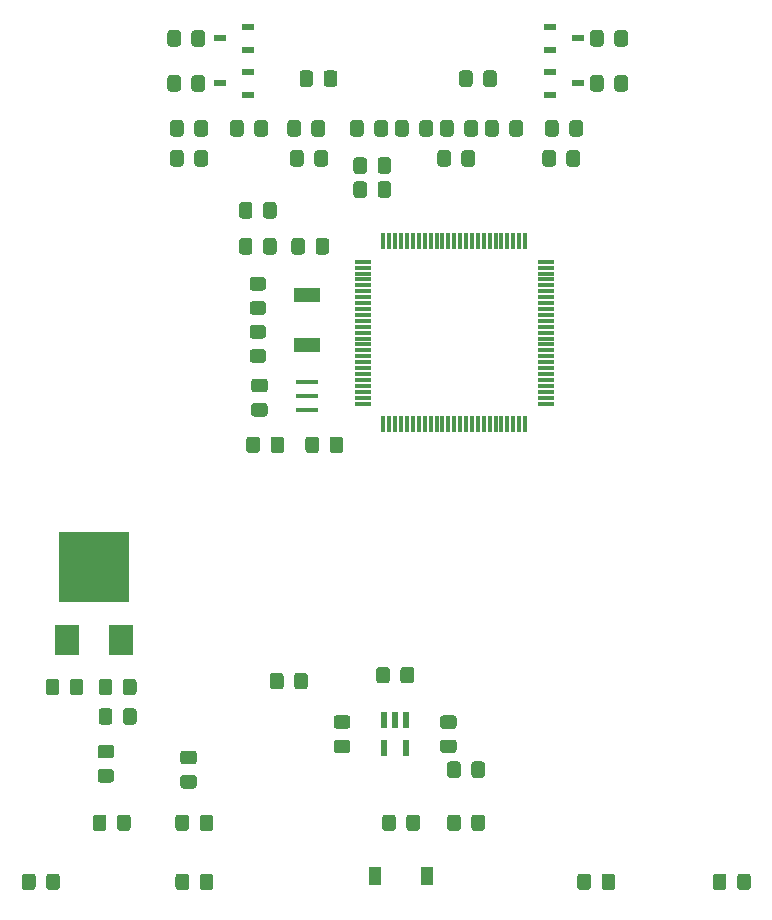
<source format=gbr>
%TF.GenerationSoftware,KiCad,Pcbnew,(5.1.6)-1*%
%TF.CreationDate,2022-04-30T17:28:47+09:00*%
%TF.ProjectId,RX621,52583632-312e-46b6-9963-61645f706362,rev?*%
%TF.SameCoordinates,Original*%
%TF.FileFunction,Paste,Top*%
%TF.FilePolarity,Positive*%
%FSLAX46Y46*%
G04 Gerber Fmt 4.6, Leading zero omitted, Abs format (unit mm)*
G04 Created by KiCad (PCBNEW (5.1.6)-1) date 2022-04-30 17:28:47*
%MOMM*%
%LPD*%
G01*
G04 APERTURE LIST*
%ADD10R,1.475000X0.300000*%
%ADD11R,0.300000X1.475000*%
%ADD12R,2.000000X2.500000*%
%ADD13R,6.000000X6.000000*%
%ADD14R,0.600000X1.350000*%
%ADD15R,1.050000X1.600000*%
%ADD16R,1.000000X0.600000*%
%ADD17R,2.200000X1.300000*%
%ADD18R,1.900000X0.400000*%
G04 APERTURE END LIST*
%TO.C,R10*%
G36*
G01*
X232550000Y-146549999D02*
X232550000Y-147450001D01*
G75*
G02*
X232300001Y-147700000I-249999J0D01*
G01*
X231649999Y-147700000D01*
G75*
G02*
X231400000Y-147450001I0J249999D01*
G01*
X231400000Y-146549999D01*
G75*
G02*
X231649999Y-146300000I249999J0D01*
G01*
X232300001Y-146300000D01*
G75*
G02*
X232550000Y-146549999I0J-249999D01*
G01*
G37*
G36*
G01*
X234600000Y-146549999D02*
X234600000Y-147450001D01*
G75*
G02*
X234350001Y-147700000I-249999J0D01*
G01*
X233699999Y-147700000D01*
G75*
G02*
X233450000Y-147450001I0J249999D01*
G01*
X233450000Y-146549999D01*
G75*
G02*
X233699999Y-146300000I249999J0D01*
G01*
X234350001Y-146300000D01*
G75*
G02*
X234600000Y-146549999I0J-249999D01*
G01*
G37*
%TD*%
%TO.C,C1*%
G36*
G01*
X216400000Y-139950001D02*
X216400000Y-139049999D01*
G75*
G02*
X216649999Y-138800000I249999J0D01*
G01*
X217300001Y-138800000D01*
G75*
G02*
X217550000Y-139049999I0J-249999D01*
G01*
X217550000Y-139950001D01*
G75*
G02*
X217300001Y-140200000I-249999J0D01*
G01*
X216649999Y-140200000D01*
G75*
G02*
X216400000Y-139950001I0J249999D01*
G01*
G37*
G36*
G01*
X218450000Y-139950001D02*
X218450000Y-139049999D01*
G75*
G02*
X218699999Y-138800000I249999J0D01*
G01*
X219350001Y-138800000D01*
G75*
G02*
X219600000Y-139049999I0J-249999D01*
G01*
X219600000Y-139950001D01*
G75*
G02*
X219350001Y-140200000I-249999J0D01*
G01*
X218699999Y-140200000D01*
G75*
G02*
X218450000Y-139950001I0J249999D01*
G01*
G37*
%TD*%
%TO.C,C2*%
G36*
G01*
X209049999Y-147450000D02*
X209950001Y-147450000D01*
G75*
G02*
X210200000Y-147699999I0J-249999D01*
G01*
X210200000Y-148350001D01*
G75*
G02*
X209950001Y-148600000I-249999J0D01*
G01*
X209049999Y-148600000D01*
G75*
G02*
X208800000Y-148350001I0J249999D01*
G01*
X208800000Y-147699999D01*
G75*
G02*
X209049999Y-147450000I249999J0D01*
G01*
G37*
G36*
G01*
X209049999Y-145400000D02*
X209950001Y-145400000D01*
G75*
G02*
X210200000Y-145649999I0J-249999D01*
G01*
X210200000Y-146300001D01*
G75*
G02*
X209950001Y-146550000I-249999J0D01*
G01*
X209049999Y-146550000D01*
G75*
G02*
X208800000Y-146300001I0J249999D01*
G01*
X208800000Y-145649999D01*
G75*
G02*
X209049999Y-145400000I249999J0D01*
G01*
G37*
%TD*%
%TO.C,C3*%
G36*
G01*
X231950001Y-145600000D02*
X231049999Y-145600000D01*
G75*
G02*
X230800000Y-145350001I0J249999D01*
G01*
X230800000Y-144699999D01*
G75*
G02*
X231049999Y-144450000I249999J0D01*
G01*
X231950001Y-144450000D01*
G75*
G02*
X232200000Y-144699999I0J-249999D01*
G01*
X232200000Y-145350001D01*
G75*
G02*
X231950001Y-145600000I-249999J0D01*
G01*
G37*
G36*
G01*
X231950001Y-143550000D02*
X231049999Y-143550000D01*
G75*
G02*
X230800000Y-143300001I0J249999D01*
G01*
X230800000Y-142649999D01*
G75*
G02*
X231049999Y-142400000I249999J0D01*
G01*
X231950001Y-142400000D01*
G75*
G02*
X232200000Y-142649999I0J-249999D01*
G01*
X232200000Y-143300001D01*
G75*
G02*
X231950001Y-143550000I-249999J0D01*
G01*
G37*
%TD*%
%TO.C,C4*%
G36*
G01*
X228600000Y-138549999D02*
X228600000Y-139450001D01*
G75*
G02*
X228350001Y-139700000I-249999J0D01*
G01*
X227699999Y-139700000D01*
G75*
G02*
X227450000Y-139450001I0J249999D01*
G01*
X227450000Y-138549999D01*
G75*
G02*
X227699999Y-138300000I249999J0D01*
G01*
X228350001Y-138300000D01*
G75*
G02*
X228600000Y-138549999I0J-249999D01*
G01*
G37*
G36*
G01*
X226550000Y-138549999D02*
X226550000Y-139450001D01*
G75*
G02*
X226300001Y-139700000I-249999J0D01*
G01*
X225649999Y-139700000D01*
G75*
G02*
X225400000Y-139450001I0J249999D01*
G01*
X225400000Y-138549999D01*
G75*
G02*
X225649999Y-138300000I249999J0D01*
G01*
X226300001Y-138300000D01*
G75*
G02*
X226550000Y-138549999I0J-249999D01*
G01*
G37*
%TD*%
%TO.C,C5*%
G36*
G01*
X222950001Y-143550000D02*
X222049999Y-143550000D01*
G75*
G02*
X221800000Y-143300001I0J249999D01*
G01*
X221800000Y-142649999D01*
G75*
G02*
X222049999Y-142400000I249999J0D01*
G01*
X222950001Y-142400000D01*
G75*
G02*
X223200000Y-142649999I0J-249999D01*
G01*
X223200000Y-143300001D01*
G75*
G02*
X222950001Y-143550000I-249999J0D01*
G01*
G37*
G36*
G01*
X222950001Y-145600000D02*
X222049999Y-145600000D01*
G75*
G02*
X221800000Y-145350001I0J249999D01*
G01*
X221800000Y-144699999D01*
G75*
G02*
X222049999Y-144450000I249999J0D01*
G01*
X222950001Y-144450000D01*
G75*
G02*
X223200000Y-144699999I0J-249999D01*
G01*
X223200000Y-145350001D01*
G75*
G02*
X222950001Y-145600000I-249999J0D01*
G01*
G37*
%TD*%
%TO.C,C6*%
G36*
G01*
X219400000Y-119950001D02*
X219400000Y-119049999D01*
G75*
G02*
X219649999Y-118800000I249999J0D01*
G01*
X220300001Y-118800000D01*
G75*
G02*
X220550000Y-119049999I0J-249999D01*
G01*
X220550000Y-119950001D01*
G75*
G02*
X220300001Y-120200000I-249999J0D01*
G01*
X219649999Y-120200000D01*
G75*
G02*
X219400000Y-119950001I0J249999D01*
G01*
G37*
G36*
G01*
X221450000Y-119950001D02*
X221450000Y-119049999D01*
G75*
G02*
X221699999Y-118800000I249999J0D01*
G01*
X222350001Y-118800000D01*
G75*
G02*
X222600000Y-119049999I0J-249999D01*
G01*
X222600000Y-119950001D01*
G75*
G02*
X222350001Y-120200000I-249999J0D01*
G01*
X221699999Y-120200000D01*
G75*
G02*
X221450000Y-119950001I0J249999D01*
G01*
G37*
%TD*%
%TO.C,C7*%
G36*
G01*
X202950001Y-146050000D02*
X202049999Y-146050000D01*
G75*
G02*
X201800000Y-145800001I0J249999D01*
G01*
X201800000Y-145149999D01*
G75*
G02*
X202049999Y-144900000I249999J0D01*
G01*
X202950001Y-144900000D01*
G75*
G02*
X203200000Y-145149999I0J-249999D01*
G01*
X203200000Y-145800001D01*
G75*
G02*
X202950001Y-146050000I-249999J0D01*
G01*
G37*
G36*
G01*
X202950001Y-148100000D02*
X202049999Y-148100000D01*
G75*
G02*
X201800000Y-147850001I0J249999D01*
G01*
X201800000Y-147199999D01*
G75*
G02*
X202049999Y-146950000I249999J0D01*
G01*
X202950001Y-146950000D01*
G75*
G02*
X203200000Y-147199999I0J-249999D01*
G01*
X203200000Y-147850001D01*
G75*
G02*
X202950001Y-148100000I-249999J0D01*
G01*
G37*
%TD*%
%TO.C,C8*%
G36*
G01*
X215550000Y-119049999D02*
X215550000Y-119950001D01*
G75*
G02*
X215300001Y-120200000I-249999J0D01*
G01*
X214649999Y-120200000D01*
G75*
G02*
X214400000Y-119950001I0J249999D01*
G01*
X214400000Y-119049999D01*
G75*
G02*
X214649999Y-118800000I249999J0D01*
G01*
X215300001Y-118800000D01*
G75*
G02*
X215550000Y-119049999I0J-249999D01*
G01*
G37*
G36*
G01*
X217600000Y-119049999D02*
X217600000Y-119950001D01*
G75*
G02*
X217350001Y-120200000I-249999J0D01*
G01*
X216699999Y-120200000D01*
G75*
G02*
X216450000Y-119950001I0J249999D01*
G01*
X216450000Y-119049999D01*
G75*
G02*
X216699999Y-118800000I249999J0D01*
G01*
X217350001Y-118800000D01*
G75*
G02*
X217600000Y-119049999I0J-249999D01*
G01*
G37*
%TD*%
%TO.C,C9*%
G36*
G01*
X214917999Y-107332000D02*
X215818001Y-107332000D01*
G75*
G02*
X216068000Y-107581999I0J-249999D01*
G01*
X216068000Y-108232001D01*
G75*
G02*
X215818001Y-108482000I-249999J0D01*
G01*
X214917999Y-108482000D01*
G75*
G02*
X214668000Y-108232001I0J249999D01*
G01*
X214668000Y-107581999D01*
G75*
G02*
X214917999Y-107332000I249999J0D01*
G01*
G37*
G36*
G01*
X214917999Y-105282000D02*
X215818001Y-105282000D01*
G75*
G02*
X216068000Y-105531999I0J-249999D01*
G01*
X216068000Y-106182001D01*
G75*
G02*
X215818001Y-106432000I-249999J0D01*
G01*
X214917999Y-106432000D01*
G75*
G02*
X214668000Y-106182001I0J249999D01*
G01*
X214668000Y-105531999D01*
G75*
G02*
X214917999Y-105282000I249999J0D01*
G01*
G37*
%TD*%
%TO.C,C10*%
G36*
G01*
X215818001Y-112546000D02*
X214917999Y-112546000D01*
G75*
G02*
X214668000Y-112296001I0J249999D01*
G01*
X214668000Y-111645999D01*
G75*
G02*
X214917999Y-111396000I249999J0D01*
G01*
X215818001Y-111396000D01*
G75*
G02*
X216068000Y-111645999I0J-249999D01*
G01*
X216068000Y-112296001D01*
G75*
G02*
X215818001Y-112546000I-249999J0D01*
G01*
G37*
G36*
G01*
X215818001Y-110496000D02*
X214917999Y-110496000D01*
G75*
G02*
X214668000Y-110246001I0J249999D01*
G01*
X214668000Y-109595999D01*
G75*
G02*
X214917999Y-109346000I249999J0D01*
G01*
X215818001Y-109346000D01*
G75*
G02*
X216068000Y-109595999I0J-249999D01*
G01*
X216068000Y-110246001D01*
G75*
G02*
X215818001Y-110496000I-249999J0D01*
G01*
G37*
%TD*%
%TO.C,C11*%
G36*
G01*
X198550000Y-139549999D02*
X198550000Y-140450001D01*
G75*
G02*
X198300001Y-140700000I-249999J0D01*
G01*
X197649999Y-140700000D01*
G75*
G02*
X197400000Y-140450001I0J249999D01*
G01*
X197400000Y-139549999D01*
G75*
G02*
X197649999Y-139300000I249999J0D01*
G01*
X198300001Y-139300000D01*
G75*
G02*
X198550000Y-139549999I0J-249999D01*
G01*
G37*
G36*
G01*
X200600000Y-139549999D02*
X200600000Y-140450001D01*
G75*
G02*
X200350001Y-140700000I-249999J0D01*
G01*
X199699999Y-140700000D01*
G75*
G02*
X199450000Y-140450001I0J249999D01*
G01*
X199450000Y-139549999D01*
G75*
G02*
X199699999Y-139300000I249999J0D01*
G01*
X200350001Y-139300000D01*
G75*
G02*
X200600000Y-139549999I0J-249999D01*
G01*
G37*
%TD*%
%TO.C,C12*%
G36*
G01*
X201900000Y-140450001D02*
X201900000Y-139549999D01*
G75*
G02*
X202149999Y-139300000I249999J0D01*
G01*
X202800001Y-139300000D01*
G75*
G02*
X203050000Y-139549999I0J-249999D01*
G01*
X203050000Y-140450001D01*
G75*
G02*
X202800001Y-140700000I-249999J0D01*
G01*
X202149999Y-140700000D01*
G75*
G02*
X201900000Y-140450001I0J249999D01*
G01*
G37*
G36*
G01*
X203950000Y-140450001D02*
X203950000Y-139549999D01*
G75*
G02*
X204199999Y-139300000I249999J0D01*
G01*
X204850001Y-139300000D01*
G75*
G02*
X205100000Y-139549999I0J-249999D01*
G01*
X205100000Y-140450001D01*
G75*
G02*
X204850001Y-140700000I-249999J0D01*
G01*
X204199999Y-140700000D01*
G75*
G02*
X203950000Y-140450001I0J249999D01*
G01*
G37*
%TD*%
%TO.C,C13*%
G36*
G01*
X203950000Y-142950001D02*
X203950000Y-142049999D01*
G75*
G02*
X204199999Y-141800000I249999J0D01*
G01*
X204850001Y-141800000D01*
G75*
G02*
X205100000Y-142049999I0J-249999D01*
G01*
X205100000Y-142950001D01*
G75*
G02*
X204850001Y-143200000I-249999J0D01*
G01*
X204199999Y-143200000D01*
G75*
G02*
X203950000Y-142950001I0J249999D01*
G01*
G37*
G36*
G01*
X201900000Y-142950001D02*
X201900000Y-142049999D01*
G75*
G02*
X202149999Y-141800000I249999J0D01*
G01*
X202800001Y-141800000D01*
G75*
G02*
X203050000Y-142049999I0J-249999D01*
G01*
X203050000Y-142950001D01*
G75*
G02*
X202800001Y-143200000I-249999J0D01*
G01*
X202149999Y-143200000D01*
G75*
G02*
X201900000Y-142950001I0J249999D01*
G01*
G37*
%TD*%
%TO.C,C14*%
G36*
G01*
X223460000Y-98339001D02*
X223460000Y-97438999D01*
G75*
G02*
X223709999Y-97189000I249999J0D01*
G01*
X224360001Y-97189000D01*
G75*
G02*
X224610000Y-97438999I0J-249999D01*
G01*
X224610000Y-98339001D01*
G75*
G02*
X224360001Y-98589000I-249999J0D01*
G01*
X223709999Y-98589000D01*
G75*
G02*
X223460000Y-98339001I0J249999D01*
G01*
G37*
G36*
G01*
X225510000Y-98339001D02*
X225510000Y-97438999D01*
G75*
G02*
X225759999Y-97189000I249999J0D01*
G01*
X226410001Y-97189000D01*
G75*
G02*
X226660000Y-97438999I0J-249999D01*
G01*
X226660000Y-98339001D01*
G75*
G02*
X226410001Y-98589000I-249999J0D01*
G01*
X225759999Y-98589000D01*
G75*
G02*
X225510000Y-98339001I0J249999D01*
G01*
G37*
%TD*%
%TO.C,C15*%
G36*
G01*
X215080000Y-93160001D02*
X215080000Y-92259999D01*
G75*
G02*
X215329999Y-92010000I249999J0D01*
G01*
X215980001Y-92010000D01*
G75*
G02*
X216230000Y-92259999I0J-249999D01*
G01*
X216230000Y-93160001D01*
G75*
G02*
X215980001Y-93410000I-249999J0D01*
G01*
X215329999Y-93410000D01*
G75*
G02*
X215080000Y-93160001I0J249999D01*
G01*
G37*
G36*
G01*
X213030000Y-93160001D02*
X213030000Y-92259999D01*
G75*
G02*
X213279999Y-92010000I249999J0D01*
G01*
X213930001Y-92010000D01*
G75*
G02*
X214180000Y-92259999I0J-249999D01*
G01*
X214180000Y-93160001D01*
G75*
G02*
X213930001Y-93410000I-249999J0D01*
G01*
X213279999Y-93410000D01*
G75*
G02*
X213030000Y-93160001I0J249999D01*
G01*
G37*
%TD*%
%TO.C,C16*%
G36*
G01*
X223190000Y-93160001D02*
X223190000Y-92259999D01*
G75*
G02*
X223439999Y-92010000I249999J0D01*
G01*
X224090001Y-92010000D01*
G75*
G02*
X224340000Y-92259999I0J-249999D01*
G01*
X224340000Y-93160001D01*
G75*
G02*
X224090001Y-93410000I-249999J0D01*
G01*
X223439999Y-93410000D01*
G75*
G02*
X223190000Y-93160001I0J249999D01*
G01*
G37*
G36*
G01*
X225240000Y-93160001D02*
X225240000Y-92259999D01*
G75*
G02*
X225489999Y-92010000I249999J0D01*
G01*
X226140001Y-92010000D01*
G75*
G02*
X226390000Y-92259999I0J-249999D01*
G01*
X226390000Y-93160001D01*
G75*
G02*
X226140001Y-93410000I-249999J0D01*
G01*
X225489999Y-93410000D01*
G75*
G02*
X225240000Y-93160001I0J249999D01*
G01*
G37*
%TD*%
%TO.C,C17*%
G36*
G01*
X229050000Y-93160001D02*
X229050000Y-92259999D01*
G75*
G02*
X229299999Y-92010000I249999J0D01*
G01*
X229950001Y-92010000D01*
G75*
G02*
X230200000Y-92259999I0J-249999D01*
G01*
X230200000Y-93160001D01*
G75*
G02*
X229950001Y-93410000I-249999J0D01*
G01*
X229299999Y-93410000D01*
G75*
G02*
X229050000Y-93160001I0J249999D01*
G01*
G37*
G36*
G01*
X227000000Y-93160001D02*
X227000000Y-92259999D01*
G75*
G02*
X227249999Y-92010000I249999J0D01*
G01*
X227900001Y-92010000D01*
G75*
G02*
X228150000Y-92259999I0J-249999D01*
G01*
X228150000Y-93160001D01*
G75*
G02*
X227900001Y-93410000I-249999J0D01*
G01*
X227249999Y-93410000D01*
G75*
G02*
X227000000Y-93160001I0J249999D01*
G01*
G37*
%TD*%
%TO.C,C18*%
G36*
G01*
X234620000Y-93160001D02*
X234620000Y-92259999D01*
G75*
G02*
X234869999Y-92010000I249999J0D01*
G01*
X235520001Y-92010000D01*
G75*
G02*
X235770000Y-92259999I0J-249999D01*
G01*
X235770000Y-93160001D01*
G75*
G02*
X235520001Y-93410000I-249999J0D01*
G01*
X234869999Y-93410000D01*
G75*
G02*
X234620000Y-93160001I0J249999D01*
G01*
G37*
G36*
G01*
X236670000Y-93160001D02*
X236670000Y-92259999D01*
G75*
G02*
X236919999Y-92010000I249999J0D01*
G01*
X237570001Y-92010000D01*
G75*
G02*
X237820000Y-92259999I0J-249999D01*
G01*
X237820000Y-93160001D01*
G75*
G02*
X237570001Y-93410000I-249999J0D01*
G01*
X236919999Y-93410000D01*
G75*
G02*
X236670000Y-93160001I0J249999D01*
G01*
G37*
%TD*%
D10*
%TO.C,IC1*%
X224262000Y-104000000D03*
X224262000Y-104500000D03*
X224262000Y-105000000D03*
X224262000Y-105500000D03*
X224262000Y-106000000D03*
X224262000Y-106500000D03*
X224262000Y-107000000D03*
X224262000Y-107500000D03*
X224262000Y-108000000D03*
X224262000Y-108500000D03*
X224262000Y-109000000D03*
X224262000Y-109500000D03*
X224262000Y-110000000D03*
X224262000Y-110500000D03*
X224262000Y-111000000D03*
X224262000Y-111500000D03*
X224262000Y-112000000D03*
X224262000Y-112500000D03*
X224262000Y-113000000D03*
X224262000Y-113500000D03*
X224262000Y-114000000D03*
X224262000Y-114500000D03*
X224262000Y-115000000D03*
X224262000Y-115500000D03*
X224262000Y-116000000D03*
D11*
X226000000Y-117738000D03*
X226500000Y-117738000D03*
X227000000Y-117738000D03*
X227500000Y-117738000D03*
X228000000Y-117738000D03*
X228500000Y-117738000D03*
X229000000Y-117738000D03*
X229500000Y-117738000D03*
X230000000Y-117738000D03*
X230500000Y-117738000D03*
X231000000Y-117738000D03*
X231500000Y-117738000D03*
X232000000Y-117738000D03*
X232500000Y-117738000D03*
X233000000Y-117738000D03*
X233500000Y-117738000D03*
X234000000Y-117738000D03*
X234500000Y-117738000D03*
X235000000Y-117738000D03*
X235500000Y-117738000D03*
X236000000Y-117738000D03*
X236500000Y-117738000D03*
X237000000Y-117738000D03*
X237500000Y-117738000D03*
X238000000Y-117738000D03*
D10*
X239738000Y-116000000D03*
X239738000Y-115500000D03*
X239738000Y-115000000D03*
X239738000Y-114500000D03*
X239738000Y-114000000D03*
X239738000Y-113500000D03*
X239738000Y-113000000D03*
X239738000Y-112500000D03*
X239738000Y-112000000D03*
X239738000Y-111500000D03*
X239738000Y-111000000D03*
X239738000Y-110500000D03*
X239738000Y-110000000D03*
X239738000Y-109500000D03*
X239738000Y-109000000D03*
X239738000Y-108500000D03*
X239738000Y-108000000D03*
X239738000Y-107500000D03*
X239738000Y-107000000D03*
X239738000Y-106500000D03*
X239738000Y-106000000D03*
X239738000Y-105500000D03*
X239738000Y-105000000D03*
X239738000Y-104500000D03*
X239738000Y-104000000D03*
D11*
X238000000Y-102262000D03*
X237500000Y-102262000D03*
X237000000Y-102262000D03*
X236500000Y-102262000D03*
X236000000Y-102262000D03*
X235500000Y-102262000D03*
X235000000Y-102262000D03*
X234500000Y-102262000D03*
X234000000Y-102262000D03*
X233500000Y-102262000D03*
X233000000Y-102262000D03*
X232500000Y-102262000D03*
X232000000Y-102262000D03*
X231500000Y-102262000D03*
X231000000Y-102262000D03*
X230500000Y-102262000D03*
X230000000Y-102262000D03*
X229500000Y-102262000D03*
X229000000Y-102262000D03*
X228500000Y-102262000D03*
X228000000Y-102262000D03*
X227500000Y-102262000D03*
X227000000Y-102262000D03*
X226500000Y-102262000D03*
X226000000Y-102262000D03*
%TD*%
D12*
%TO.C,IC2*%
X199200000Y-136055000D03*
D13*
X201500000Y-129805000D03*
D12*
X203800000Y-136055000D03*
%TD*%
D14*
%TO.C,IC3*%
X227950000Y-142800000D03*
X227000000Y-142800000D03*
X226050000Y-142800000D03*
X226050000Y-145200000D03*
X227950000Y-145200000D03*
%TD*%
%TO.C,L1*%
G36*
G01*
X195400000Y-156950001D02*
X195400000Y-156049999D01*
G75*
G02*
X195649999Y-155800000I249999J0D01*
G01*
X196300001Y-155800000D01*
G75*
G02*
X196550000Y-156049999I0J-249999D01*
G01*
X196550000Y-156950001D01*
G75*
G02*
X196300001Y-157200000I-249999J0D01*
G01*
X195649999Y-157200000D01*
G75*
G02*
X195400000Y-156950001I0J249999D01*
G01*
G37*
G36*
G01*
X197450000Y-156950001D02*
X197450000Y-156049999D01*
G75*
G02*
X197699999Y-155800000I249999J0D01*
G01*
X198350001Y-155800000D01*
G75*
G02*
X198600000Y-156049999I0J-249999D01*
G01*
X198600000Y-156950001D01*
G75*
G02*
X198350001Y-157200000I-249999J0D01*
G01*
X197699999Y-157200000D01*
G75*
G02*
X197450000Y-156950001I0J249999D01*
G01*
G37*
%TD*%
%TO.C,L2*%
G36*
G01*
X210450000Y-156950001D02*
X210450000Y-156049999D01*
G75*
G02*
X210699999Y-155800000I249999J0D01*
G01*
X211350001Y-155800000D01*
G75*
G02*
X211600000Y-156049999I0J-249999D01*
G01*
X211600000Y-156950001D01*
G75*
G02*
X211350001Y-157200000I-249999J0D01*
G01*
X210699999Y-157200000D01*
G75*
G02*
X210450000Y-156950001I0J249999D01*
G01*
G37*
G36*
G01*
X208400000Y-156950001D02*
X208400000Y-156049999D01*
G75*
G02*
X208649999Y-155800000I249999J0D01*
G01*
X209300001Y-155800000D01*
G75*
G02*
X209550000Y-156049999I0J-249999D01*
G01*
X209550000Y-156950001D01*
G75*
G02*
X209300001Y-157200000I-249999J0D01*
G01*
X208649999Y-157200000D01*
G75*
G02*
X208400000Y-156950001I0J249999D01*
G01*
G37*
%TD*%
%TO.C,L3*%
G36*
G01*
X242425000Y-156950001D02*
X242425000Y-156049999D01*
G75*
G02*
X242674999Y-155800000I249999J0D01*
G01*
X243325001Y-155800000D01*
G75*
G02*
X243575000Y-156049999I0J-249999D01*
G01*
X243575000Y-156950001D01*
G75*
G02*
X243325001Y-157200000I-249999J0D01*
G01*
X242674999Y-157200000D01*
G75*
G02*
X242425000Y-156950001I0J249999D01*
G01*
G37*
G36*
G01*
X244475000Y-156950001D02*
X244475000Y-156049999D01*
G75*
G02*
X244724999Y-155800000I249999J0D01*
G01*
X245375001Y-155800000D01*
G75*
G02*
X245625000Y-156049999I0J-249999D01*
G01*
X245625000Y-156950001D01*
G75*
G02*
X245375001Y-157200000I-249999J0D01*
G01*
X244724999Y-157200000D01*
G75*
G02*
X244475000Y-156950001I0J249999D01*
G01*
G37*
%TD*%
%TO.C,L4*%
G36*
G01*
X255050000Y-156049999D02*
X255050000Y-156950001D01*
G75*
G02*
X254800001Y-157200000I-249999J0D01*
G01*
X254149999Y-157200000D01*
G75*
G02*
X253900000Y-156950001I0J249999D01*
G01*
X253900000Y-156049999D01*
G75*
G02*
X254149999Y-155800000I249999J0D01*
G01*
X254800001Y-155800000D01*
G75*
G02*
X255050000Y-156049999I0J-249999D01*
G01*
G37*
G36*
G01*
X257100000Y-156049999D02*
X257100000Y-156950001D01*
G75*
G02*
X256850001Y-157200000I-249999J0D01*
G01*
X256199999Y-157200000D01*
G75*
G02*
X255950000Y-156950001I0J249999D01*
G01*
X255950000Y-156049999D01*
G75*
G02*
X256199999Y-155800000I249999J0D01*
G01*
X256850001Y-155800000D01*
G75*
G02*
X257100000Y-156049999I0J-249999D01*
G01*
G37*
%TD*%
%TO.C,R1*%
G36*
G01*
X220950000Y-88950001D02*
X220950000Y-88049999D01*
G75*
G02*
X221199999Y-87800000I249999J0D01*
G01*
X221850001Y-87800000D01*
G75*
G02*
X222100000Y-88049999I0J-249999D01*
G01*
X222100000Y-88950001D01*
G75*
G02*
X221850001Y-89200000I-249999J0D01*
G01*
X221199999Y-89200000D01*
G75*
G02*
X220950000Y-88950001I0J249999D01*
G01*
G37*
G36*
G01*
X218900000Y-88950001D02*
X218900000Y-88049999D01*
G75*
G02*
X219149999Y-87800000I249999J0D01*
G01*
X219800001Y-87800000D01*
G75*
G02*
X220050000Y-88049999I0J-249999D01*
G01*
X220050000Y-88950001D01*
G75*
G02*
X219800001Y-89200000I-249999J0D01*
G01*
X219149999Y-89200000D01*
G75*
G02*
X218900000Y-88950001I0J249999D01*
G01*
G37*
%TD*%
%TO.C,R2*%
G36*
G01*
X233550000Y-88049999D02*
X233550000Y-88950001D01*
G75*
G02*
X233300001Y-89200000I-249999J0D01*
G01*
X232649999Y-89200000D01*
G75*
G02*
X232400000Y-88950001I0J249999D01*
G01*
X232400000Y-88049999D01*
G75*
G02*
X232649999Y-87800000I249999J0D01*
G01*
X233300001Y-87800000D01*
G75*
G02*
X233550000Y-88049999I0J-249999D01*
G01*
G37*
G36*
G01*
X235600000Y-88049999D02*
X235600000Y-88950001D01*
G75*
G02*
X235350001Y-89200000I-249999J0D01*
G01*
X234699999Y-89200000D01*
G75*
G02*
X234450000Y-88950001I0J249999D01*
G01*
X234450000Y-88049999D01*
G75*
G02*
X234699999Y-87800000I249999J0D01*
G01*
X235350001Y-87800000D01*
G75*
G02*
X235600000Y-88049999I0J-249999D01*
G01*
G37*
%TD*%
%TO.C,R3*%
G36*
G01*
X215950001Y-117100000D02*
X215049999Y-117100000D01*
G75*
G02*
X214800000Y-116850001I0J249999D01*
G01*
X214800000Y-116199999D01*
G75*
G02*
X215049999Y-115950000I249999J0D01*
G01*
X215950001Y-115950000D01*
G75*
G02*
X216200000Y-116199999I0J-249999D01*
G01*
X216200000Y-116850001D01*
G75*
G02*
X215950001Y-117100000I-249999J0D01*
G01*
G37*
G36*
G01*
X215950001Y-115050000D02*
X215049999Y-115050000D01*
G75*
G02*
X214800000Y-114800001I0J249999D01*
G01*
X214800000Y-114149999D01*
G75*
G02*
X215049999Y-113900000I249999J0D01*
G01*
X215950001Y-113900000D01*
G75*
G02*
X216200000Y-114149999I0J-249999D01*
G01*
X216200000Y-114800001D01*
G75*
G02*
X215950001Y-115050000I-249999J0D01*
G01*
G37*
%TD*%
%TO.C,R4*%
G36*
G01*
X221413000Y-102240999D02*
X221413000Y-103141001D01*
G75*
G02*
X221163001Y-103391000I-249999J0D01*
G01*
X220512999Y-103391000D01*
G75*
G02*
X220263000Y-103141001I0J249999D01*
G01*
X220263000Y-102240999D01*
G75*
G02*
X220512999Y-101991000I249999J0D01*
G01*
X221163001Y-101991000D01*
G75*
G02*
X221413000Y-102240999I0J-249999D01*
G01*
G37*
G36*
G01*
X219363000Y-102240999D02*
X219363000Y-103141001D01*
G75*
G02*
X219113001Y-103391000I-249999J0D01*
G01*
X218462999Y-103391000D01*
G75*
G02*
X218213000Y-103141001I0J249999D01*
G01*
X218213000Y-102240999D01*
G75*
G02*
X218462999Y-101991000I249999J0D01*
G01*
X219113001Y-101991000D01*
G75*
G02*
X219363000Y-102240999I0J-249999D01*
G01*
G37*
%TD*%
%TO.C,R5*%
G36*
G01*
X216968000Y-102240999D02*
X216968000Y-103141001D01*
G75*
G02*
X216718001Y-103391000I-249999J0D01*
G01*
X216067999Y-103391000D01*
G75*
G02*
X215818000Y-103141001I0J249999D01*
G01*
X215818000Y-102240999D01*
G75*
G02*
X216067999Y-101991000I249999J0D01*
G01*
X216718001Y-101991000D01*
G75*
G02*
X216968000Y-102240999I0J-249999D01*
G01*
G37*
G36*
G01*
X214918000Y-102240999D02*
X214918000Y-103141001D01*
G75*
G02*
X214668001Y-103391000I-249999J0D01*
G01*
X214017999Y-103391000D01*
G75*
G02*
X213768000Y-103141001I0J249999D01*
G01*
X213768000Y-102240999D01*
G75*
G02*
X214017999Y-101991000I249999J0D01*
G01*
X214668001Y-101991000D01*
G75*
G02*
X214918000Y-102240999I0J-249999D01*
G01*
G37*
%TD*%
%TO.C,R6*%
G36*
G01*
X227950000Y-151950001D02*
X227950000Y-151049999D01*
G75*
G02*
X228199999Y-150800000I249999J0D01*
G01*
X228850001Y-150800000D01*
G75*
G02*
X229100000Y-151049999I0J-249999D01*
G01*
X229100000Y-151950001D01*
G75*
G02*
X228850001Y-152200000I-249999J0D01*
G01*
X228199999Y-152200000D01*
G75*
G02*
X227950000Y-151950001I0J249999D01*
G01*
G37*
G36*
G01*
X225900000Y-151950001D02*
X225900000Y-151049999D01*
G75*
G02*
X226149999Y-150800000I249999J0D01*
G01*
X226800001Y-150800000D01*
G75*
G02*
X227050000Y-151049999I0J-249999D01*
G01*
X227050000Y-151950001D01*
G75*
G02*
X226800001Y-152200000I-249999J0D01*
G01*
X226149999Y-152200000D01*
G75*
G02*
X225900000Y-151950001I0J249999D01*
G01*
G37*
%TD*%
%TO.C,R7*%
G36*
G01*
X201400000Y-151950001D02*
X201400000Y-151049999D01*
G75*
G02*
X201649999Y-150800000I249999J0D01*
G01*
X202300001Y-150800000D01*
G75*
G02*
X202550000Y-151049999I0J-249999D01*
G01*
X202550000Y-151950001D01*
G75*
G02*
X202300001Y-152200000I-249999J0D01*
G01*
X201649999Y-152200000D01*
G75*
G02*
X201400000Y-151950001I0J249999D01*
G01*
G37*
G36*
G01*
X203450000Y-151950001D02*
X203450000Y-151049999D01*
G75*
G02*
X203699999Y-150800000I249999J0D01*
G01*
X204350001Y-150800000D01*
G75*
G02*
X204600000Y-151049999I0J-249999D01*
G01*
X204600000Y-151950001D01*
G75*
G02*
X204350001Y-152200000I-249999J0D01*
G01*
X203699999Y-152200000D01*
G75*
G02*
X203450000Y-151950001I0J249999D01*
G01*
G37*
%TD*%
%TO.C,R8*%
G36*
G01*
X210450000Y-151950001D02*
X210450000Y-151049999D01*
G75*
G02*
X210699999Y-150800000I249999J0D01*
G01*
X211350001Y-150800000D01*
G75*
G02*
X211600000Y-151049999I0J-249999D01*
G01*
X211600000Y-151950001D01*
G75*
G02*
X211350001Y-152200000I-249999J0D01*
G01*
X210699999Y-152200000D01*
G75*
G02*
X210450000Y-151950001I0J249999D01*
G01*
G37*
G36*
G01*
X208400000Y-151950001D02*
X208400000Y-151049999D01*
G75*
G02*
X208649999Y-150800000I249999J0D01*
G01*
X209300001Y-150800000D01*
G75*
G02*
X209550000Y-151049999I0J-249999D01*
G01*
X209550000Y-151950001D01*
G75*
G02*
X209300001Y-152200000I-249999J0D01*
G01*
X208649999Y-152200000D01*
G75*
G02*
X208400000Y-151950001I0J249999D01*
G01*
G37*
%TD*%
%TO.C,R9*%
G36*
G01*
X231400000Y-151950001D02*
X231400000Y-151049999D01*
G75*
G02*
X231649999Y-150800000I249999J0D01*
G01*
X232300001Y-150800000D01*
G75*
G02*
X232550000Y-151049999I0J-249999D01*
G01*
X232550000Y-151950001D01*
G75*
G02*
X232300001Y-152200000I-249999J0D01*
G01*
X231649999Y-152200000D01*
G75*
G02*
X231400000Y-151950001I0J249999D01*
G01*
G37*
G36*
G01*
X233450000Y-151950001D02*
X233450000Y-151049999D01*
G75*
G02*
X233699999Y-150800000I249999J0D01*
G01*
X234350001Y-150800000D01*
G75*
G02*
X234600000Y-151049999I0J-249999D01*
G01*
X234600000Y-151950001D01*
G75*
G02*
X234350001Y-152200000I-249999J0D01*
G01*
X233699999Y-152200000D01*
G75*
G02*
X233450000Y-151950001I0J249999D01*
G01*
G37*
%TD*%
%TO.C,R11*%
G36*
G01*
X207705000Y-89350001D02*
X207705000Y-88449999D01*
G75*
G02*
X207954999Y-88200000I249999J0D01*
G01*
X208605001Y-88200000D01*
G75*
G02*
X208855000Y-88449999I0J-249999D01*
G01*
X208855000Y-89350001D01*
G75*
G02*
X208605001Y-89600000I-249999J0D01*
G01*
X207954999Y-89600000D01*
G75*
G02*
X207705000Y-89350001I0J249999D01*
G01*
G37*
G36*
G01*
X209755000Y-89350001D02*
X209755000Y-88449999D01*
G75*
G02*
X210004999Y-88200000I249999J0D01*
G01*
X210655001Y-88200000D01*
G75*
G02*
X210905000Y-88449999I0J-249999D01*
G01*
X210905000Y-89350001D01*
G75*
G02*
X210655001Y-89600000I-249999J0D01*
G01*
X210004999Y-89600000D01*
G75*
G02*
X209755000Y-89350001I0J249999D01*
G01*
G37*
%TD*%
%TO.C,R12*%
G36*
G01*
X209755000Y-85540001D02*
X209755000Y-84639999D01*
G75*
G02*
X210004999Y-84390000I249999J0D01*
G01*
X210655001Y-84390000D01*
G75*
G02*
X210905000Y-84639999I0J-249999D01*
G01*
X210905000Y-85540001D01*
G75*
G02*
X210655001Y-85790000I-249999J0D01*
G01*
X210004999Y-85790000D01*
G75*
G02*
X209755000Y-85540001I0J249999D01*
G01*
G37*
G36*
G01*
X207705000Y-85540001D02*
X207705000Y-84639999D01*
G75*
G02*
X207954999Y-84390000I249999J0D01*
G01*
X208605001Y-84390000D01*
G75*
G02*
X208855000Y-84639999I0J-249999D01*
G01*
X208855000Y-85540001D01*
G75*
G02*
X208605001Y-85790000I-249999J0D01*
G01*
X207954999Y-85790000D01*
G75*
G02*
X207705000Y-85540001I0J249999D01*
G01*
G37*
%TD*%
%TO.C,R13*%
G36*
G01*
X244660000Y-84639999D02*
X244660000Y-85540001D01*
G75*
G02*
X244410001Y-85790000I-249999J0D01*
G01*
X243759999Y-85790000D01*
G75*
G02*
X243510000Y-85540001I0J249999D01*
G01*
X243510000Y-84639999D01*
G75*
G02*
X243759999Y-84390000I249999J0D01*
G01*
X244410001Y-84390000D01*
G75*
G02*
X244660000Y-84639999I0J-249999D01*
G01*
G37*
G36*
G01*
X246710000Y-84639999D02*
X246710000Y-85540001D01*
G75*
G02*
X246460001Y-85790000I-249999J0D01*
G01*
X245809999Y-85790000D01*
G75*
G02*
X245560000Y-85540001I0J249999D01*
G01*
X245560000Y-84639999D01*
G75*
G02*
X245809999Y-84390000I249999J0D01*
G01*
X246460001Y-84390000D01*
G75*
G02*
X246710000Y-84639999I0J-249999D01*
G01*
G37*
%TD*%
%TO.C,R14*%
G36*
G01*
X246710000Y-88449999D02*
X246710000Y-89350001D01*
G75*
G02*
X246460001Y-89600000I-249999J0D01*
G01*
X245809999Y-89600000D01*
G75*
G02*
X245560000Y-89350001I0J249999D01*
G01*
X245560000Y-88449999D01*
G75*
G02*
X245809999Y-88200000I249999J0D01*
G01*
X246460001Y-88200000D01*
G75*
G02*
X246710000Y-88449999I0J-249999D01*
G01*
G37*
G36*
G01*
X244660000Y-88449999D02*
X244660000Y-89350001D01*
G75*
G02*
X244410001Y-89600000I-249999J0D01*
G01*
X243759999Y-89600000D01*
G75*
G02*
X243510000Y-89350001I0J249999D01*
G01*
X243510000Y-88449999D01*
G75*
G02*
X243759999Y-88200000I249999J0D01*
G01*
X244410001Y-88200000D01*
G75*
G02*
X244660000Y-88449999I0J-249999D01*
G01*
G37*
%TD*%
%TO.C,R15*%
G36*
G01*
X210000000Y-93160001D02*
X210000000Y-92259999D01*
G75*
G02*
X210249999Y-92010000I249999J0D01*
G01*
X210900001Y-92010000D01*
G75*
G02*
X211150000Y-92259999I0J-249999D01*
G01*
X211150000Y-93160001D01*
G75*
G02*
X210900001Y-93410000I-249999J0D01*
G01*
X210249999Y-93410000D01*
G75*
G02*
X210000000Y-93160001I0J249999D01*
G01*
G37*
G36*
G01*
X207950000Y-93160001D02*
X207950000Y-92259999D01*
G75*
G02*
X208199999Y-92010000I249999J0D01*
G01*
X208850001Y-92010000D01*
G75*
G02*
X209100000Y-92259999I0J-249999D01*
G01*
X209100000Y-93160001D01*
G75*
G02*
X208850001Y-93410000I-249999J0D01*
G01*
X208199999Y-93410000D01*
G75*
G02*
X207950000Y-93160001I0J249999D01*
G01*
G37*
%TD*%
%TO.C,R16*%
G36*
G01*
X207950000Y-95700001D02*
X207950000Y-94799999D01*
G75*
G02*
X208199999Y-94550000I249999J0D01*
G01*
X208850001Y-94550000D01*
G75*
G02*
X209100000Y-94799999I0J-249999D01*
G01*
X209100000Y-95700001D01*
G75*
G02*
X208850001Y-95950000I-249999J0D01*
G01*
X208199999Y-95950000D01*
G75*
G02*
X207950000Y-95700001I0J249999D01*
G01*
G37*
G36*
G01*
X210000000Y-95700001D02*
X210000000Y-94799999D01*
G75*
G02*
X210249999Y-94550000I249999J0D01*
G01*
X210900001Y-94550000D01*
G75*
G02*
X211150000Y-94799999I0J-249999D01*
G01*
X211150000Y-95700001D01*
G75*
G02*
X210900001Y-95950000I-249999J0D01*
G01*
X210249999Y-95950000D01*
G75*
G02*
X210000000Y-95700001I0J249999D01*
G01*
G37*
%TD*%
%TO.C,R17*%
G36*
G01*
X219915000Y-93160001D02*
X219915000Y-92259999D01*
G75*
G02*
X220164999Y-92010000I249999J0D01*
G01*
X220815001Y-92010000D01*
G75*
G02*
X221065000Y-92259999I0J-249999D01*
G01*
X221065000Y-93160001D01*
G75*
G02*
X220815001Y-93410000I-249999J0D01*
G01*
X220164999Y-93410000D01*
G75*
G02*
X219915000Y-93160001I0J249999D01*
G01*
G37*
G36*
G01*
X217865000Y-93160001D02*
X217865000Y-92259999D01*
G75*
G02*
X218114999Y-92010000I249999J0D01*
G01*
X218765001Y-92010000D01*
G75*
G02*
X219015000Y-92259999I0J-249999D01*
G01*
X219015000Y-93160001D01*
G75*
G02*
X218765001Y-93410000I-249999J0D01*
G01*
X218114999Y-93410000D01*
G75*
G02*
X217865000Y-93160001I0J249999D01*
G01*
G37*
%TD*%
%TO.C,R18*%
G36*
G01*
X218110000Y-95700001D02*
X218110000Y-94799999D01*
G75*
G02*
X218359999Y-94550000I249999J0D01*
G01*
X219010001Y-94550000D01*
G75*
G02*
X219260000Y-94799999I0J-249999D01*
G01*
X219260000Y-95700001D01*
G75*
G02*
X219010001Y-95950000I-249999J0D01*
G01*
X218359999Y-95950000D01*
G75*
G02*
X218110000Y-95700001I0J249999D01*
G01*
G37*
G36*
G01*
X220160000Y-95700001D02*
X220160000Y-94799999D01*
G75*
G02*
X220409999Y-94550000I249999J0D01*
G01*
X221060001Y-94550000D01*
G75*
G02*
X221310000Y-94799999I0J-249999D01*
G01*
X221310000Y-95700001D01*
G75*
G02*
X221060001Y-95950000I-249999J0D01*
G01*
X220409999Y-95950000D01*
G75*
G02*
X220160000Y-95700001I0J249999D01*
G01*
G37*
%TD*%
%TO.C,R19*%
G36*
G01*
X232860000Y-93160001D02*
X232860000Y-92259999D01*
G75*
G02*
X233109999Y-92010000I249999J0D01*
G01*
X233760001Y-92010000D01*
G75*
G02*
X234010000Y-92259999I0J-249999D01*
G01*
X234010000Y-93160001D01*
G75*
G02*
X233760001Y-93410000I-249999J0D01*
G01*
X233109999Y-93410000D01*
G75*
G02*
X232860000Y-93160001I0J249999D01*
G01*
G37*
G36*
G01*
X230810000Y-93160001D02*
X230810000Y-92259999D01*
G75*
G02*
X231059999Y-92010000I249999J0D01*
G01*
X231710001Y-92010000D01*
G75*
G02*
X231960000Y-92259999I0J-249999D01*
G01*
X231960000Y-93160001D01*
G75*
G02*
X231710001Y-93410000I-249999J0D01*
G01*
X231059999Y-93410000D01*
G75*
G02*
X230810000Y-93160001I0J249999D01*
G01*
G37*
%TD*%
%TO.C,R20*%
G36*
G01*
X230565000Y-95700001D02*
X230565000Y-94799999D01*
G75*
G02*
X230814999Y-94550000I249999J0D01*
G01*
X231465001Y-94550000D01*
G75*
G02*
X231715000Y-94799999I0J-249999D01*
G01*
X231715000Y-95700001D01*
G75*
G02*
X231465001Y-95950000I-249999J0D01*
G01*
X230814999Y-95950000D01*
G75*
G02*
X230565000Y-95700001I0J249999D01*
G01*
G37*
G36*
G01*
X232615000Y-95700001D02*
X232615000Y-94799999D01*
G75*
G02*
X232864999Y-94550000I249999J0D01*
G01*
X233515001Y-94550000D01*
G75*
G02*
X233765000Y-94799999I0J-249999D01*
G01*
X233765000Y-95700001D01*
G75*
G02*
X233515001Y-95950000I-249999J0D01*
G01*
X232864999Y-95950000D01*
G75*
G02*
X232615000Y-95700001I0J249999D01*
G01*
G37*
%TD*%
%TO.C,R21*%
G36*
G01*
X239700000Y-93160001D02*
X239700000Y-92259999D01*
G75*
G02*
X239949999Y-92010000I249999J0D01*
G01*
X240600001Y-92010000D01*
G75*
G02*
X240850000Y-92259999I0J-249999D01*
G01*
X240850000Y-93160001D01*
G75*
G02*
X240600001Y-93410000I-249999J0D01*
G01*
X239949999Y-93410000D01*
G75*
G02*
X239700000Y-93160001I0J249999D01*
G01*
G37*
G36*
G01*
X241750000Y-93160001D02*
X241750000Y-92259999D01*
G75*
G02*
X241999999Y-92010000I249999J0D01*
G01*
X242650001Y-92010000D01*
G75*
G02*
X242900000Y-92259999I0J-249999D01*
G01*
X242900000Y-93160001D01*
G75*
G02*
X242650001Y-93410000I-249999J0D01*
G01*
X241999999Y-93410000D01*
G75*
G02*
X241750000Y-93160001I0J249999D01*
G01*
G37*
%TD*%
%TO.C,R22*%
G36*
G01*
X241505000Y-95700001D02*
X241505000Y-94799999D01*
G75*
G02*
X241754999Y-94550000I249999J0D01*
G01*
X242405001Y-94550000D01*
G75*
G02*
X242655000Y-94799999I0J-249999D01*
G01*
X242655000Y-95700001D01*
G75*
G02*
X242405001Y-95950000I-249999J0D01*
G01*
X241754999Y-95950000D01*
G75*
G02*
X241505000Y-95700001I0J249999D01*
G01*
G37*
G36*
G01*
X239455000Y-95700001D02*
X239455000Y-94799999D01*
G75*
G02*
X239704999Y-94550000I249999J0D01*
G01*
X240355001Y-94550000D01*
G75*
G02*
X240605000Y-94799999I0J-249999D01*
G01*
X240605000Y-95700001D01*
G75*
G02*
X240355001Y-95950000I-249999J0D01*
G01*
X239704999Y-95950000D01*
G75*
G02*
X239455000Y-95700001I0J249999D01*
G01*
G37*
%TD*%
%TO.C,R23*%
G36*
G01*
X215818000Y-100093001D02*
X215818000Y-99192999D01*
G75*
G02*
X216067999Y-98943000I249999J0D01*
G01*
X216718001Y-98943000D01*
G75*
G02*
X216968000Y-99192999I0J-249999D01*
G01*
X216968000Y-100093001D01*
G75*
G02*
X216718001Y-100343000I-249999J0D01*
G01*
X216067999Y-100343000D01*
G75*
G02*
X215818000Y-100093001I0J249999D01*
G01*
G37*
G36*
G01*
X213768000Y-100093001D02*
X213768000Y-99192999D01*
G75*
G02*
X214017999Y-98943000I249999J0D01*
G01*
X214668001Y-98943000D01*
G75*
G02*
X214918000Y-99192999I0J-249999D01*
G01*
X214918000Y-100093001D01*
G75*
G02*
X214668001Y-100343000I-249999J0D01*
G01*
X214017999Y-100343000D01*
G75*
G02*
X213768000Y-100093001I0J249999D01*
G01*
G37*
%TD*%
%TO.C,R24*%
G36*
G01*
X223460000Y-96307001D02*
X223460000Y-95406999D01*
G75*
G02*
X223709999Y-95157000I249999J0D01*
G01*
X224360001Y-95157000D01*
G75*
G02*
X224610000Y-95406999I0J-249999D01*
G01*
X224610000Y-96307001D01*
G75*
G02*
X224360001Y-96557000I-249999J0D01*
G01*
X223709999Y-96557000D01*
G75*
G02*
X223460000Y-96307001I0J249999D01*
G01*
G37*
G36*
G01*
X225510000Y-96307001D02*
X225510000Y-95406999D01*
G75*
G02*
X225759999Y-95157000I249999J0D01*
G01*
X226410001Y-95157000D01*
G75*
G02*
X226660000Y-95406999I0J-249999D01*
G01*
X226660000Y-96307001D01*
G75*
G02*
X226410001Y-96557000I-249999J0D01*
G01*
X225759999Y-96557000D01*
G75*
G02*
X225510000Y-96307001I0J249999D01*
G01*
G37*
%TD*%
D15*
%TO.C,SW3*%
X225275000Y-156000000D03*
X229725000Y-156000000D03*
%TD*%
D16*
%TO.C,TR1*%
X214510000Y-89850000D03*
X214510000Y-87950000D03*
X212210000Y-88900000D03*
%TD*%
%TO.C,TR2*%
X212210000Y-85090000D03*
X214510000Y-84140000D03*
X214510000Y-86040000D03*
%TD*%
%TO.C,TR3*%
X242450000Y-85090000D03*
X240150000Y-86040000D03*
X240150000Y-84140000D03*
%TD*%
%TO.C,TR4*%
X240150000Y-87950000D03*
X240150000Y-89850000D03*
X242450000Y-88900000D03*
%TD*%
D17*
%TO.C,X1*%
X219559000Y-106814000D03*
X219559000Y-111014000D03*
%TD*%
D18*
%TO.C,X2*%
X219559000Y-114191000D03*
X219559000Y-115391000D03*
X219559000Y-116591000D03*
%TD*%
M02*

</source>
